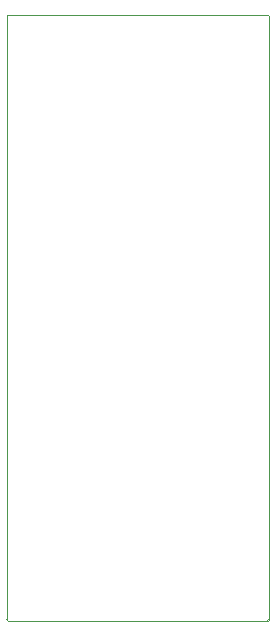
<source format=gbr>
%TF.GenerationSoftware,Altium Limited,Altium Designer,23.10.1 (27)*%
G04 Layer_Color=0*
%FSLAX45Y45*%
%MOMM*%
%TF.SameCoordinates,7A70C931-5BDF-4ABD-901A-901AFED5F3BC*%
%TF.FilePolarity,Positive*%
%TF.FileFunction,Profile,NP*%
%TF.Part,Single*%
G01*
G75*
%TA.AperFunction,Profile*%
%ADD37C,0.02540*%
D37*
X-1109999Y9970D02*
Y5120001D01*
D02*
G02*
X-1100000Y5130000I9999J0D01*
G01*
X1100001Y5129998D01*
D02*
G02*
X1109999Y5120000I0J-9998D01*
G01*
X1110000Y700291D01*
Y10000D01*
D02*
G02*
X1100000Y0I-10000J0D01*
G01*
X-1100031Y-0D01*
D02*
G02*
X-1109999Y9970I1J9969D01*
G01*
%TF.MD5,334f73ca05509df2865c41e86ff2a326*%
M02*

</source>
